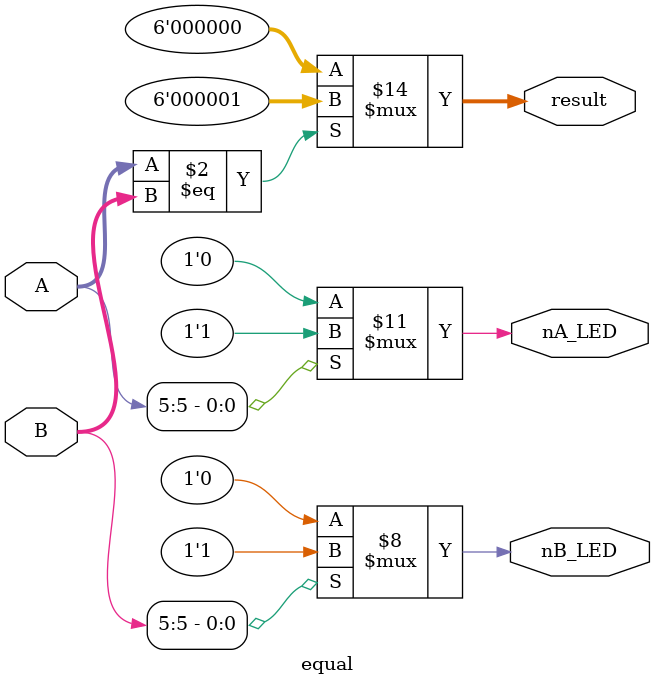
<source format=sv>
module equal (input logic [5:0]A, B,
					output logic [5:0] result,
					output logic nA_LED, nB_LED);

always_comb
begin					
	if (A == B)
		result = 6'd1; // true
	else
		result = 6'd0; // false
end
	
	// Checking for Negative A
	always_comb
	begin
		if (A[5] == 1'b1)
			nA_LED = 1'b1;
		else
			nA_LED = 1'b0;
	end

	// Checking for Negative B
	always_comb
	begin
		if (B[5] == 1'b1)
			nB_LED = 1'b1;
		else
			nB_LED = 1'b0;
	end
	
endmodule

</source>
